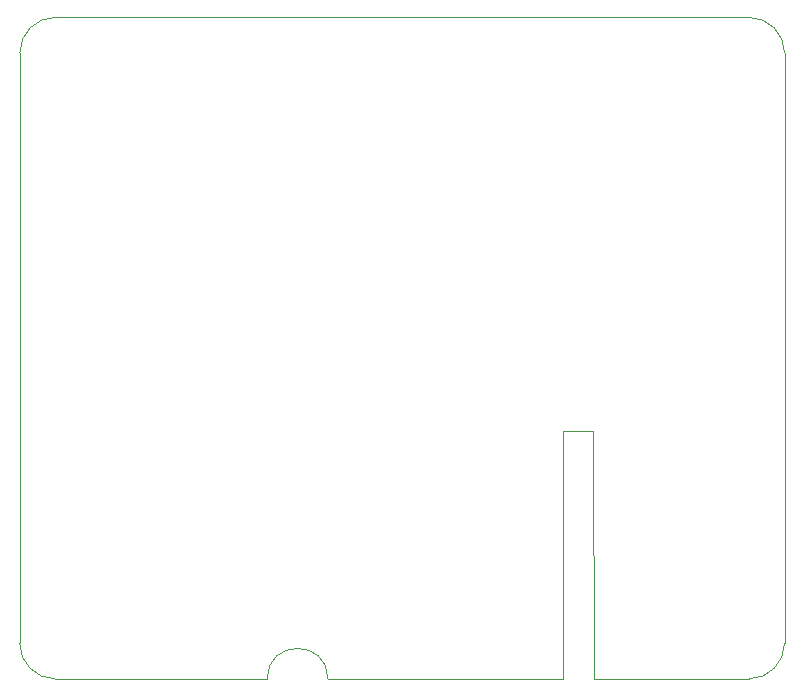
<source format=gm1>
G04 #@! TF.GenerationSoftware,KiCad,Pcbnew,7.0.9*
G04 #@! TF.CreationDate,2023-11-15T19:01:28+02:00*
G04 #@! TF.ProjectId,Power,506f7765-722e-46b6-9963-61645f706362,rev?*
G04 #@! TF.SameCoordinates,Original*
G04 #@! TF.FileFunction,Profile,NP*
%FSLAX46Y46*%
G04 Gerber Fmt 4.6, Leading zero omitted, Abs format (unit mm)*
G04 Created by KiCad (PCBNEW 7.0.9) date 2023-11-15 19:01:28*
%MOMM*%
%LPD*%
G01*
G04 APERTURE LIST*
G04 #@! TA.AperFunction,Profile*
%ADD10C,0.100000*%
G04 #@! TD*
G04 APERTURE END LIST*
D10*
X164480000Y-100320000D02*
X167000000Y-100320000D01*
X164480000Y-100320000D02*
X164480000Y-121320000D01*
X121480000Y-121320000D02*
X139419826Y-121320000D01*
X144580174Y-121320000D02*
G75*
G03*
X139419826Y-121320000I-2580174J0D01*
G01*
X183230000Y-68320000D02*
X183230000Y-118320000D01*
X144580174Y-121320000D02*
X164480000Y-121320000D01*
X180230000Y-121320000D02*
X167070000Y-121320000D01*
X121480000Y-65320000D02*
G75*
G03*
X118480000Y-68320000I0J-3000000D01*
G01*
X121480000Y-65320000D02*
X180230000Y-65320000D01*
X167000000Y-100320000D02*
X167070000Y-121320000D01*
X118480000Y-118320000D02*
G75*
G03*
X121480000Y-121320000I3000000J0D01*
G01*
X183230000Y-68320000D02*
G75*
G03*
X180230000Y-65320000I-3000000J0D01*
G01*
X118480000Y-118320000D02*
X118480000Y-68320000D01*
X180230000Y-121320000D02*
G75*
G03*
X183230000Y-118320000I0J3000000D01*
G01*
M02*

</source>
